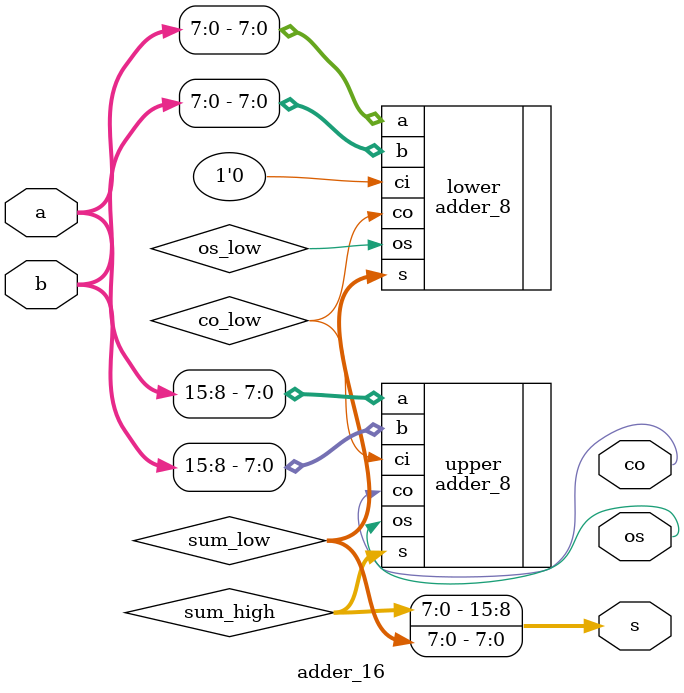
<source format=sv>
module adder_16(s, co, os, a, b);
    output [15:0] s;
    output        co, os;
    input  [15:0] a, b;
    wire co_low, os_low;
    wire [7:0] sum_low, sum_high;
    
    // Lower 8 bits (no carry-in)
    adder_8 lower(.s(sum_low), .co(co_low), .os(os_low), .a(a[7:0]), .b(b[7:0]), .ci(1'b0));
    // Upper 8 bits with carry-in from lower adder
    adder_8 upper(.s(sum_high), .co(co), .os(os), .a(a[15:8]), .b(b[15:8]), .ci(co_low));
    
    assign s = {sum_high, sum_low};
endmodule
</source>
